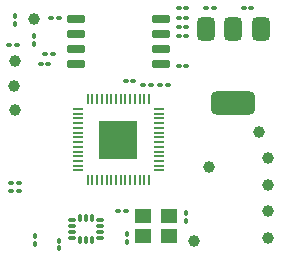
<source format=gbr>
%TF.GenerationSoftware,KiCad,Pcbnew,8.0.4*%
%TF.CreationDate,2024-08-15T19:07:05-07:00*%
%TF.ProjectId,RoboBuddy_NoSIlkScreen,526f626f-4275-4646-9479-5f4e6f53496c,rev?*%
%TF.SameCoordinates,Original*%
%TF.FileFunction,Soldermask,Top*%
%TF.FilePolarity,Negative*%
%FSLAX46Y46*%
G04 Gerber Fmt 4.6, Leading zero omitted, Abs format (unit mm)*
G04 Created by KiCad (PCBNEW 8.0.4) date 2024-08-15 19:07:05*
%MOMM*%
%LPD*%
G01*
G04 APERTURE LIST*
G04 Aperture macros list*
%AMRoundRect*
0 Rectangle with rounded corners*
0 $1 Rounding radius*
0 $2 $3 $4 $5 $6 $7 $8 $9 X,Y pos of 4 corners*
0 Add a 4 corners polygon primitive as box body*
4,1,4,$2,$3,$4,$5,$6,$7,$8,$9,$2,$3,0*
0 Add four circle primitives for the rounded corners*
1,1,$1+$1,$2,$3*
1,1,$1+$1,$4,$5*
1,1,$1+$1,$6,$7*
1,1,$1+$1,$8,$9*
0 Add four rect primitives between the rounded corners*
20,1,$1+$1,$2,$3,$4,$5,0*
20,1,$1+$1,$4,$5,$6,$7,0*
20,1,$1+$1,$6,$7,$8,$9,0*
20,1,$1+$1,$8,$9,$2,$3,0*%
G04 Aperture macros list end*
%ADD10RoundRect,0.100000X0.100000X-0.130000X0.100000X0.130000X-0.100000X0.130000X-0.100000X-0.130000X0*%
%ADD11C,1.000000*%
%ADD12RoundRect,0.100000X-0.130000X-0.100000X0.130000X-0.100000X0.130000X0.100000X-0.130000X0.100000X0*%
%ADD13RoundRect,0.100000X0.130000X0.100000X-0.130000X0.100000X-0.130000X-0.100000X0.130000X-0.100000X0*%
%ADD14RoundRect,0.050000X-0.387500X-0.050000X0.387500X-0.050000X0.387500X0.050000X-0.387500X0.050000X0*%
%ADD15RoundRect,0.050000X-0.050000X-0.387500X0.050000X-0.387500X0.050000X0.387500X-0.050000X0.387500X0*%
%ADD16R,3.200000X3.200000*%
%ADD17R,1.400000X1.200000*%
%ADD18RoundRect,0.150000X-0.650000X-0.150000X0.650000X-0.150000X0.650000X0.150000X-0.650000X0.150000X0*%
%ADD19RoundRect,0.087500X-0.225000X-0.087500X0.225000X-0.087500X0.225000X0.087500X-0.225000X0.087500X0*%
%ADD20RoundRect,0.087500X-0.087500X-0.225000X0.087500X-0.225000X0.087500X0.225000X-0.087500X0.225000X0*%
%ADD21RoundRect,0.375000X-0.375000X0.625000X-0.375000X-0.625000X0.375000X-0.625000X0.375000X0.625000X0*%
%ADD22RoundRect,0.500000X-1.400000X0.500000X-1.400000X-0.500000X1.400000X-0.500000X1.400000X0.500000X0*%
G04 APERTURE END LIST*
D10*
%TO.C,C15*%
X141000000Y-98620000D03*
X141000000Y-97980000D03*
%TD*%
D11*
%TO.C,GP10*%
X137260000Y-84860000D03*
%TD*%
D12*
%TO.C,C7*%
X151180000Y-80700000D03*
X151820000Y-80700000D03*
%TD*%
%TO.C,R1*%
X140380000Y-79100000D03*
X141020000Y-79100000D03*
%TD*%
D13*
%TO.C,R2*%
X146665000Y-95500000D03*
X146025000Y-95500000D03*
%TD*%
D11*
%TO.C,SDA*%
X158750000Y-95500000D03*
%TD*%
D12*
%TO.C,R6*%
X136980000Y-93800000D03*
X137620000Y-93800000D03*
%TD*%
D13*
%TO.C,R4*%
X148820000Y-84800000D03*
X148180000Y-84800000D03*
%TD*%
D10*
%TO.C,C16*%
X137300000Y-79620000D03*
X137300000Y-78980000D03*
%TD*%
D13*
%TO.C,R9*%
X140520000Y-82200000D03*
X139880000Y-82200000D03*
%TD*%
D11*
%TO.C,GP19*%
X153750000Y-91750000D03*
%TD*%
D13*
%TO.C,R8*%
X137475000Y-81400000D03*
X136835000Y-81400000D03*
%TD*%
D11*
%TO.C,GP11*%
X137270000Y-86920000D03*
%TD*%
%TO.C,GND*%
X158750000Y-93250000D03*
%TD*%
D13*
%TO.C,R5*%
X137620000Y-93100000D03*
X136980000Y-93100000D03*
%TD*%
D14*
%TO.C,U1*%
X142625000Y-86837500D03*
X142625000Y-87237500D03*
X142625000Y-87637500D03*
X142625000Y-88037500D03*
X142625000Y-88437500D03*
X142625000Y-88837500D03*
X142625000Y-89237500D03*
X142625000Y-89637500D03*
X142625000Y-90037500D03*
X142625000Y-90437500D03*
X142625000Y-90837500D03*
X142625000Y-91237500D03*
X142625000Y-91637500D03*
X142625000Y-92037500D03*
D15*
X143462500Y-92875000D03*
X143862500Y-92875000D03*
X144262500Y-92875000D03*
X144662500Y-92875000D03*
X145062500Y-92875000D03*
X145462500Y-92875000D03*
X145862500Y-92875000D03*
X146262500Y-92875000D03*
X146662500Y-92875000D03*
X147062500Y-92875000D03*
X147462500Y-92875000D03*
X147862500Y-92875000D03*
X148262500Y-92875000D03*
X148662500Y-92875000D03*
D14*
X149500000Y-92037500D03*
X149500000Y-91637500D03*
X149500000Y-91237500D03*
X149500000Y-90837500D03*
X149500000Y-90437500D03*
X149500000Y-90037500D03*
X149500000Y-89637500D03*
X149500000Y-89237500D03*
X149500000Y-88837500D03*
X149500000Y-88437500D03*
X149500000Y-88037500D03*
X149500000Y-87637500D03*
X149500000Y-87237500D03*
X149500000Y-86837500D03*
D15*
X148662500Y-86000000D03*
X148262500Y-86000000D03*
X147862500Y-86000000D03*
X147462500Y-86000000D03*
X147062500Y-86000000D03*
X146662500Y-86000000D03*
X146262500Y-86000000D03*
X145862500Y-86000000D03*
X145462500Y-86000000D03*
X145062500Y-86000000D03*
X144662500Y-86000000D03*
X144262500Y-86000000D03*
X143862500Y-86000000D03*
X143462500Y-86000000D03*
D16*
X146062500Y-89437500D03*
%TD*%
D10*
%TO.C,R7*%
X138900000Y-81300000D03*
X138900000Y-80660000D03*
%TD*%
D12*
%TO.C,C5*%
X151180000Y-79100000D03*
X151820000Y-79100000D03*
%TD*%
D10*
%TO.C,C13*%
X151750000Y-96320000D03*
X151750000Y-95680000D03*
%TD*%
D11*
%TO.C,3.3v*%
X158750000Y-91000000D03*
%TD*%
D12*
%TO.C,C3*%
X149580000Y-84800000D03*
X150220000Y-84800000D03*
%TD*%
%TO.C,R3*%
X146680000Y-84500000D03*
X147320000Y-84500000D03*
%TD*%
D17*
%TO.C,Y1*%
X148150000Y-97600000D03*
X150350000Y-97600000D03*
X150350000Y-95900000D03*
X148150000Y-95900000D03*
%TD*%
D11*
%TO.C,SCL*%
X158750000Y-97750000D03*
%TD*%
D18*
%TO.C,U3*%
X142500000Y-79200000D03*
X142500000Y-80470000D03*
X142500000Y-81740000D03*
X142500000Y-83010000D03*
X149700000Y-83010000D03*
X149700000Y-81740000D03*
X149700000Y-80470000D03*
X149700000Y-79200000D03*
%TD*%
D10*
%TO.C,C12*%
X146750000Y-98070000D03*
X146750000Y-97430000D03*
%TD*%
D12*
%TO.C,C1*%
X153480000Y-78300000D03*
X154120000Y-78300000D03*
%TD*%
D19*
%TO.C,U4*%
X142175000Y-96250000D03*
X142175000Y-96750000D03*
X142175000Y-97250000D03*
X142175000Y-97750000D03*
D20*
X142837500Y-97912500D03*
X143337500Y-97912500D03*
X143837500Y-97912500D03*
D19*
X144500000Y-97750000D03*
X144500000Y-97250000D03*
X144500000Y-96750000D03*
X144500000Y-96250000D03*
D20*
X143837500Y-96087500D03*
X143337500Y-96087500D03*
X142837500Y-96087500D03*
%TD*%
D11*
%TO.C,GP9*%
X137270000Y-82790000D03*
%TD*%
D12*
%TO.C,R10*%
X139480000Y-83000000D03*
X140120000Y-83000000D03*
%TD*%
%TO.C,C6*%
X151180000Y-79900000D03*
X151820000Y-79900000D03*
%TD*%
D10*
%TO.C,C14*%
X139000000Y-98240000D03*
X139000000Y-97600000D03*
%TD*%
D12*
%TO.C,C11*%
X151180000Y-78300000D03*
X151820000Y-78300000D03*
%TD*%
D21*
%TO.C,U2*%
X158100000Y-80050000D03*
X155800000Y-80050000D03*
D22*
X155800000Y-86350000D03*
D21*
X153500000Y-80050000D03*
%TD*%
D11*
%TO.C,GP18*%
X152500000Y-98000000D03*
%TD*%
%TO.C,ADC0*%
X158000000Y-88750000D03*
%TD*%
%TO.C,USB*%
X138880000Y-79180000D03*
%TD*%
D12*
%TO.C,C2*%
X156680000Y-78300000D03*
X157320000Y-78300000D03*
%TD*%
%TO.C,C8*%
X151180000Y-83200000D03*
X151820000Y-83200000D03*
%TD*%
M02*

</source>
